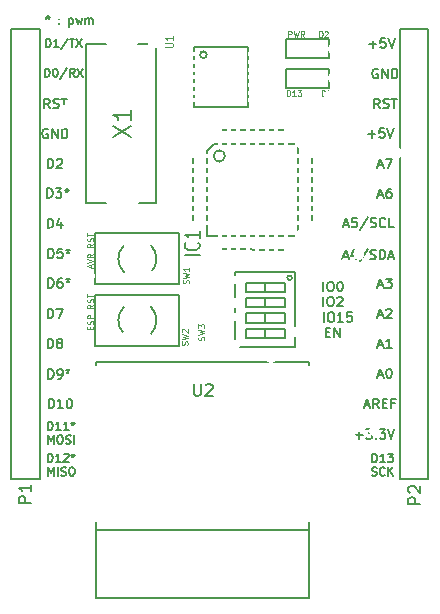
<source format=gto>
G04 (created by PCBNEW (2013-07-07 BZR 4022)-stable) date 2015/10/26 20:25:39*
%MOIN*%
G04 Gerber Fmt 3.4, Leading zero omitted, Abs format*
%FSLAX34Y34*%
G01*
G70*
G90*
G04 APERTURE LIST*
%ADD10C,0.00590551*%
%ADD11C,0.00688976*%
%ADD12C,0.00393701*%
%ADD13C,0.00787402*%
%ADD14C,0.006*%
%ADD15C,0.005*%
%ADD16C,0.008*%
%ADD17C,0.0045*%
%ADD18C,0.0047*%
%ADD19R,0.0787402X0.23622*%
%ADD20R,0.0787X0.0177*%
%ADD21R,0.0177X0.0787*%
%ADD22R,0.06X0.06*%
%ADD23C,0.06*%
%ADD24R,0.0708661X0.0299213*%
%ADD25R,0.0393701X0.045*%
%ADD26R,0.0787402X0.0354331*%
%ADD27R,0.0472441X0.0275591*%
%ADD28C,0.177165*%
%ADD29R,0.0629921X0.0165*%
%ADD30C,0.035*%
G04 APERTURE END LIST*
G54D10*
G54D11*
X29586Y-26922D02*
X29586Y-26646D01*
X29652Y-26646D01*
X29691Y-26660D01*
X29717Y-26686D01*
X29730Y-26712D01*
X29744Y-26765D01*
X29744Y-26804D01*
X29730Y-26856D01*
X29717Y-26883D01*
X29691Y-26909D01*
X29652Y-26922D01*
X29586Y-26922D01*
X30006Y-26922D02*
X29849Y-26922D01*
X29927Y-26922D02*
X29927Y-26646D01*
X29901Y-26686D01*
X29875Y-26712D01*
X29849Y-26725D01*
X30098Y-26646D02*
X30269Y-26646D01*
X30177Y-26751D01*
X30216Y-26751D01*
X30242Y-26765D01*
X30255Y-26778D01*
X30269Y-26804D01*
X30269Y-26870D01*
X30255Y-26896D01*
X30242Y-26909D01*
X30216Y-26922D01*
X30137Y-26922D01*
X30111Y-26909D01*
X30098Y-26896D01*
X29566Y-27364D02*
X29606Y-27377D01*
X29671Y-27377D01*
X29698Y-27364D01*
X29711Y-27351D01*
X29724Y-27324D01*
X29724Y-27298D01*
X29711Y-27272D01*
X29698Y-27259D01*
X29671Y-27246D01*
X29619Y-27232D01*
X29593Y-27219D01*
X29580Y-27206D01*
X29566Y-27180D01*
X29566Y-27154D01*
X29580Y-27127D01*
X29593Y-27114D01*
X29619Y-27101D01*
X29685Y-27101D01*
X29724Y-27114D01*
X30000Y-27351D02*
X29986Y-27364D01*
X29947Y-27377D01*
X29921Y-27377D01*
X29881Y-27364D01*
X29855Y-27337D01*
X29842Y-27311D01*
X29829Y-27259D01*
X29829Y-27219D01*
X29842Y-27167D01*
X29855Y-27141D01*
X29881Y-27114D01*
X29921Y-27101D01*
X29947Y-27101D01*
X29986Y-27114D01*
X30000Y-27127D01*
X30118Y-27377D02*
X30118Y-27101D01*
X30275Y-27377D02*
X30157Y-27219D01*
X30275Y-27101D02*
X30118Y-27259D01*
X18759Y-12040D02*
X18759Y-12106D01*
X18694Y-12080D02*
X18759Y-12106D01*
X18825Y-12080D01*
X18720Y-12158D02*
X18759Y-12106D01*
X18799Y-12158D01*
X19140Y-12290D02*
X19153Y-12303D01*
X19140Y-12316D01*
X19127Y-12303D01*
X19140Y-12290D01*
X19140Y-12316D01*
X19140Y-12145D02*
X19153Y-12158D01*
X19140Y-12171D01*
X19127Y-12158D01*
X19140Y-12145D01*
X19140Y-12171D01*
X19481Y-12132D02*
X19481Y-12408D01*
X19481Y-12145D02*
X19507Y-12132D01*
X19560Y-12132D01*
X19586Y-12145D01*
X19599Y-12158D01*
X19612Y-12185D01*
X19612Y-12263D01*
X19599Y-12290D01*
X19586Y-12303D01*
X19560Y-12316D01*
X19507Y-12316D01*
X19481Y-12303D01*
X19704Y-12132D02*
X19757Y-12316D01*
X19809Y-12185D01*
X19862Y-12316D01*
X19914Y-12132D01*
X20019Y-12316D02*
X20019Y-12132D01*
X20019Y-12158D02*
X20032Y-12145D01*
X20059Y-12132D01*
X20098Y-12132D01*
X20124Y-12145D01*
X20137Y-12171D01*
X20137Y-12316D01*
X20137Y-12171D02*
X20150Y-12145D01*
X20177Y-12132D01*
X20216Y-12132D01*
X20242Y-12145D01*
X20255Y-12171D01*
X20255Y-12316D01*
G54D12*
X20220Y-20453D02*
X20220Y-20359D01*
X20276Y-20472D02*
X20079Y-20406D01*
X20276Y-20341D01*
X20079Y-20303D02*
X20276Y-20238D01*
X20079Y-20172D01*
X20276Y-19994D02*
X20182Y-20059D01*
X20276Y-20106D02*
X20079Y-20106D01*
X20079Y-20031D01*
X20089Y-20013D01*
X20098Y-20003D01*
X20117Y-19994D01*
X20145Y-19994D01*
X20164Y-20003D01*
X20173Y-20013D01*
X20182Y-20031D01*
X20182Y-20106D01*
X20276Y-19647D02*
X20182Y-19713D01*
X20276Y-19760D02*
X20079Y-19760D01*
X20079Y-19685D01*
X20089Y-19666D01*
X20098Y-19656D01*
X20117Y-19647D01*
X20145Y-19647D01*
X20164Y-19656D01*
X20173Y-19666D01*
X20182Y-19685D01*
X20182Y-19760D01*
X20267Y-19572D02*
X20276Y-19544D01*
X20276Y-19497D01*
X20267Y-19478D01*
X20257Y-19469D01*
X20239Y-19460D01*
X20220Y-19460D01*
X20201Y-19469D01*
X20192Y-19478D01*
X20182Y-19497D01*
X20173Y-19535D01*
X20164Y-19553D01*
X20154Y-19563D01*
X20135Y-19572D01*
X20117Y-19572D01*
X20098Y-19563D01*
X20089Y-19553D01*
X20079Y-19535D01*
X20079Y-19488D01*
X20089Y-19460D01*
X20079Y-19403D02*
X20079Y-19291D01*
X20276Y-19347D02*
X20079Y-19347D01*
X20173Y-22505D02*
X20173Y-22440D01*
X20276Y-22411D02*
X20276Y-22505D01*
X20079Y-22505D01*
X20079Y-22411D01*
X20267Y-22336D02*
X20276Y-22308D01*
X20276Y-22261D01*
X20267Y-22243D01*
X20257Y-22233D01*
X20239Y-22224D01*
X20220Y-22224D01*
X20201Y-22233D01*
X20192Y-22243D01*
X20182Y-22261D01*
X20173Y-22299D01*
X20164Y-22318D01*
X20154Y-22327D01*
X20135Y-22336D01*
X20117Y-22336D01*
X20098Y-22327D01*
X20089Y-22318D01*
X20079Y-22299D01*
X20079Y-22252D01*
X20089Y-22224D01*
X20276Y-22140D02*
X20079Y-22140D01*
X20079Y-22065D01*
X20089Y-22046D01*
X20098Y-22036D01*
X20117Y-22027D01*
X20145Y-22027D01*
X20164Y-22036D01*
X20173Y-22046D01*
X20182Y-22065D01*
X20182Y-22140D01*
X20276Y-21680D02*
X20182Y-21746D01*
X20276Y-21793D02*
X20079Y-21793D01*
X20079Y-21718D01*
X20089Y-21699D01*
X20098Y-21690D01*
X20117Y-21680D01*
X20145Y-21680D01*
X20164Y-21690D01*
X20173Y-21699D01*
X20182Y-21718D01*
X20182Y-21793D01*
X20267Y-21605D02*
X20276Y-21577D01*
X20276Y-21530D01*
X20267Y-21511D01*
X20257Y-21502D01*
X20239Y-21493D01*
X20220Y-21493D01*
X20201Y-21502D01*
X20192Y-21511D01*
X20182Y-21530D01*
X20173Y-21568D01*
X20164Y-21586D01*
X20154Y-21596D01*
X20135Y-21605D01*
X20117Y-21605D01*
X20098Y-21596D01*
X20089Y-21586D01*
X20079Y-21568D01*
X20079Y-21521D01*
X20089Y-21493D01*
X20079Y-21437D02*
X20079Y-21324D01*
X20276Y-21380D02*
X20079Y-21380D01*
G54D13*
X28035Y-22600D02*
X28140Y-22600D01*
X28185Y-22765D02*
X28035Y-22765D01*
X28035Y-22450D01*
X28185Y-22450D01*
X28320Y-22765D02*
X28320Y-22450D01*
X28500Y-22765D01*
X28500Y-22450D01*
X27960Y-22253D02*
X27960Y-21938D01*
X28170Y-21938D02*
X28230Y-21938D01*
X28260Y-21953D01*
X28290Y-21983D01*
X28305Y-22043D01*
X28305Y-22148D01*
X28290Y-22208D01*
X28260Y-22238D01*
X28230Y-22253D01*
X28170Y-22253D01*
X28140Y-22238D01*
X28110Y-22208D01*
X28095Y-22148D01*
X28095Y-22043D01*
X28110Y-21983D01*
X28140Y-21953D01*
X28170Y-21938D01*
X28605Y-22253D02*
X28425Y-22253D01*
X28515Y-22253D02*
X28515Y-21938D01*
X28485Y-21983D01*
X28455Y-22013D01*
X28425Y-22028D01*
X28890Y-21938D02*
X28740Y-21938D01*
X28725Y-22088D01*
X28740Y-22073D01*
X28770Y-22058D01*
X28845Y-22058D01*
X28875Y-22073D01*
X28890Y-22088D01*
X28905Y-22118D01*
X28905Y-22193D01*
X28890Y-22223D01*
X28875Y-22238D01*
X28845Y-22253D01*
X28770Y-22253D01*
X28740Y-22238D01*
X28725Y-22223D01*
X27952Y-21741D02*
X27952Y-21426D01*
X28162Y-21426D02*
X28222Y-21426D01*
X28252Y-21441D01*
X28282Y-21471D01*
X28297Y-21531D01*
X28297Y-21636D01*
X28282Y-21696D01*
X28252Y-21726D01*
X28222Y-21741D01*
X28162Y-21741D01*
X28132Y-21726D01*
X28102Y-21696D01*
X28087Y-21636D01*
X28087Y-21531D01*
X28102Y-21471D01*
X28132Y-21441D01*
X28162Y-21426D01*
X28417Y-21456D02*
X28432Y-21441D01*
X28462Y-21426D01*
X28537Y-21426D01*
X28567Y-21441D01*
X28582Y-21456D01*
X28597Y-21486D01*
X28597Y-21516D01*
X28582Y-21561D01*
X28402Y-21741D01*
X28597Y-21741D01*
X27952Y-21229D02*
X27952Y-20914D01*
X28162Y-20914D02*
X28222Y-20914D01*
X28252Y-20929D01*
X28282Y-20959D01*
X28297Y-21019D01*
X28297Y-21124D01*
X28282Y-21184D01*
X28252Y-21214D01*
X28222Y-21229D01*
X28162Y-21229D01*
X28132Y-21214D01*
X28102Y-21184D01*
X28087Y-21124D01*
X28087Y-21019D01*
X28102Y-20959D01*
X28132Y-20929D01*
X28162Y-20914D01*
X28492Y-20914D02*
X28522Y-20914D01*
X28552Y-20929D01*
X28567Y-20944D01*
X28582Y-20974D01*
X28597Y-21034D01*
X28597Y-21109D01*
X28582Y-21169D01*
X28567Y-21199D01*
X28552Y-21214D01*
X28522Y-21229D01*
X28492Y-21229D01*
X28462Y-21214D01*
X28447Y-21199D01*
X28432Y-21169D01*
X28417Y-21109D01*
X28417Y-21034D01*
X28432Y-20974D01*
X28447Y-20944D01*
X28462Y-20929D01*
X28492Y-20914D01*
X29476Y-12999D02*
X29716Y-12999D01*
X29596Y-13119D02*
X29596Y-12879D01*
X30016Y-12804D02*
X29866Y-12804D01*
X29851Y-12954D01*
X29866Y-12939D01*
X29896Y-12924D01*
X29971Y-12924D01*
X30001Y-12939D01*
X30016Y-12954D01*
X30031Y-12984D01*
X30031Y-13059D01*
X30016Y-13089D01*
X30001Y-13104D01*
X29971Y-13119D01*
X29896Y-13119D01*
X29866Y-13104D01*
X29851Y-13089D01*
X30121Y-12804D02*
X30226Y-13119D01*
X30331Y-12804D01*
X29760Y-13827D02*
X29730Y-13812D01*
X29685Y-13812D01*
X29640Y-13827D01*
X29610Y-13857D01*
X29595Y-13887D01*
X29580Y-13947D01*
X29580Y-13992D01*
X29595Y-14052D01*
X29610Y-14082D01*
X29640Y-14112D01*
X29685Y-14127D01*
X29715Y-14127D01*
X29760Y-14112D01*
X29775Y-14097D01*
X29775Y-13992D01*
X29715Y-13992D01*
X29910Y-14127D02*
X29910Y-13812D01*
X30089Y-14127D01*
X30089Y-13812D01*
X30239Y-14127D02*
X30239Y-13812D01*
X30314Y-13812D01*
X30359Y-13827D01*
X30389Y-13857D01*
X30404Y-13887D01*
X30419Y-13947D01*
X30419Y-13992D01*
X30404Y-14052D01*
X30389Y-14082D01*
X30359Y-14112D01*
X30314Y-14127D01*
X30239Y-14127D01*
X29827Y-15127D02*
X29722Y-14977D01*
X29647Y-15127D02*
X29647Y-14812D01*
X29767Y-14812D01*
X29797Y-14827D01*
X29812Y-14842D01*
X29827Y-14872D01*
X29827Y-14917D01*
X29812Y-14947D01*
X29797Y-14962D01*
X29767Y-14977D01*
X29647Y-14977D01*
X29947Y-15112D02*
X29992Y-15127D01*
X30067Y-15127D01*
X30097Y-15112D01*
X30112Y-15097D01*
X30127Y-15067D01*
X30127Y-15037D01*
X30112Y-15007D01*
X30097Y-14992D01*
X30067Y-14977D01*
X30007Y-14962D01*
X29977Y-14947D01*
X29962Y-14932D01*
X29947Y-14902D01*
X29947Y-14872D01*
X29962Y-14842D01*
X29977Y-14827D01*
X30007Y-14812D01*
X30082Y-14812D01*
X30127Y-14827D01*
X30217Y-14812D02*
X30397Y-14812D01*
X30307Y-15127D02*
X30307Y-14812D01*
X29437Y-15991D02*
X29677Y-15991D01*
X29557Y-16111D02*
X29557Y-15871D01*
X29977Y-15796D02*
X29827Y-15796D01*
X29812Y-15946D01*
X29827Y-15931D01*
X29857Y-15916D01*
X29932Y-15916D01*
X29962Y-15931D01*
X29977Y-15946D01*
X29992Y-15976D01*
X29992Y-16051D01*
X29977Y-16081D01*
X29962Y-16096D01*
X29932Y-16111D01*
X29857Y-16111D01*
X29827Y-16096D01*
X29812Y-16081D01*
X30082Y-15796D02*
X30187Y-16111D01*
X30292Y-15796D01*
X29775Y-17037D02*
X29925Y-17037D01*
X29745Y-17127D02*
X29850Y-16812D01*
X29955Y-17127D01*
X30029Y-16812D02*
X30239Y-16812D01*
X30104Y-17127D01*
X29775Y-18037D02*
X29925Y-18037D01*
X29745Y-18127D02*
X29850Y-17812D01*
X29955Y-18127D01*
X30194Y-17812D02*
X30134Y-17812D01*
X30104Y-17827D01*
X30089Y-17842D01*
X30059Y-17887D01*
X30044Y-17947D01*
X30044Y-18067D01*
X30059Y-18097D01*
X30074Y-18112D01*
X30104Y-18127D01*
X30164Y-18127D01*
X30194Y-18112D01*
X30209Y-18097D01*
X30224Y-18067D01*
X30224Y-17992D01*
X30209Y-17962D01*
X30194Y-17947D01*
X30164Y-17932D01*
X30104Y-17932D01*
X30074Y-17947D01*
X30059Y-17962D01*
X30044Y-17992D01*
X28623Y-19013D02*
X28773Y-19013D01*
X28593Y-19103D02*
X28698Y-18788D01*
X28803Y-19103D01*
X29058Y-18788D02*
X28908Y-18788D01*
X28893Y-18938D01*
X28908Y-18923D01*
X28938Y-18908D01*
X29013Y-18908D01*
X29043Y-18923D01*
X29058Y-18938D01*
X29073Y-18968D01*
X29073Y-19043D01*
X29058Y-19073D01*
X29043Y-19088D01*
X29013Y-19103D01*
X28938Y-19103D01*
X28908Y-19088D01*
X28893Y-19073D01*
X29433Y-18773D02*
X29163Y-19178D01*
X29523Y-19088D02*
X29568Y-19103D01*
X29643Y-19103D01*
X29673Y-19088D01*
X29688Y-19073D01*
X29703Y-19043D01*
X29703Y-19013D01*
X29688Y-18983D01*
X29673Y-18968D01*
X29643Y-18953D01*
X29583Y-18938D01*
X29553Y-18923D01*
X29538Y-18908D01*
X29523Y-18878D01*
X29523Y-18848D01*
X29538Y-18818D01*
X29553Y-18803D01*
X29583Y-18788D01*
X29658Y-18788D01*
X29703Y-18803D01*
X30018Y-19073D02*
X30003Y-19088D01*
X29958Y-19103D01*
X29928Y-19103D01*
X29883Y-19088D01*
X29853Y-19058D01*
X29838Y-19028D01*
X29823Y-18968D01*
X29823Y-18923D01*
X29838Y-18863D01*
X29853Y-18833D01*
X29883Y-18803D01*
X29928Y-18788D01*
X29958Y-18788D01*
X30003Y-18803D01*
X30018Y-18818D01*
X30303Y-19103D02*
X30153Y-19103D01*
X30153Y-18788D01*
X28616Y-20076D02*
X28766Y-20076D01*
X28586Y-20166D02*
X28691Y-19851D01*
X28796Y-20166D01*
X29036Y-19956D02*
X29036Y-20166D01*
X28961Y-19836D02*
X28886Y-20061D01*
X29081Y-20061D01*
X29426Y-19836D02*
X29156Y-20241D01*
X29516Y-20151D02*
X29561Y-20166D01*
X29636Y-20166D01*
X29666Y-20151D01*
X29681Y-20136D01*
X29696Y-20106D01*
X29696Y-20076D01*
X29681Y-20046D01*
X29666Y-20031D01*
X29636Y-20016D01*
X29576Y-20001D01*
X29546Y-19986D01*
X29531Y-19971D01*
X29516Y-19941D01*
X29516Y-19911D01*
X29531Y-19881D01*
X29546Y-19866D01*
X29576Y-19851D01*
X29651Y-19851D01*
X29696Y-19866D01*
X29831Y-20166D02*
X29831Y-19851D01*
X29906Y-19851D01*
X29951Y-19866D01*
X29981Y-19896D01*
X29996Y-19926D01*
X30011Y-19986D01*
X30011Y-20031D01*
X29996Y-20091D01*
X29981Y-20121D01*
X29951Y-20151D01*
X29906Y-20166D01*
X29831Y-20166D01*
X30131Y-20076D02*
X30281Y-20076D01*
X30101Y-20166D02*
X30206Y-19851D01*
X30311Y-20166D01*
X29775Y-21037D02*
X29925Y-21037D01*
X29745Y-21127D02*
X29850Y-20812D01*
X29955Y-21127D01*
X30029Y-20812D02*
X30224Y-20812D01*
X30119Y-20932D01*
X30164Y-20932D01*
X30194Y-20947D01*
X30209Y-20962D01*
X30224Y-20992D01*
X30224Y-21067D01*
X30209Y-21097D01*
X30194Y-21112D01*
X30164Y-21127D01*
X30074Y-21127D01*
X30044Y-21112D01*
X30029Y-21097D01*
X29775Y-22037D02*
X29925Y-22037D01*
X29745Y-22127D02*
X29850Y-21812D01*
X29955Y-22127D01*
X30044Y-21842D02*
X30059Y-21827D01*
X30089Y-21812D01*
X30164Y-21812D01*
X30194Y-21827D01*
X30209Y-21842D01*
X30224Y-21872D01*
X30224Y-21902D01*
X30209Y-21947D01*
X30029Y-22127D01*
X30224Y-22127D01*
X29775Y-23037D02*
X29925Y-23037D01*
X29745Y-23127D02*
X29850Y-22812D01*
X29955Y-23127D01*
X30224Y-23127D02*
X30044Y-23127D01*
X30134Y-23127D02*
X30134Y-22812D01*
X30104Y-22857D01*
X30074Y-22887D01*
X30044Y-22902D01*
X29775Y-24037D02*
X29925Y-24037D01*
X29745Y-24127D02*
X29850Y-23812D01*
X29955Y-24127D01*
X30119Y-23812D02*
X30149Y-23812D01*
X30179Y-23827D01*
X30194Y-23842D01*
X30209Y-23872D01*
X30224Y-23932D01*
X30224Y-24007D01*
X30209Y-24067D01*
X30194Y-24097D01*
X30179Y-24112D01*
X30149Y-24127D01*
X30119Y-24127D01*
X30089Y-24112D01*
X30074Y-24097D01*
X30059Y-24067D01*
X30044Y-24007D01*
X30044Y-23932D01*
X30059Y-23872D01*
X30074Y-23842D01*
X30089Y-23827D01*
X30119Y-23812D01*
X29332Y-25037D02*
X29482Y-25037D01*
X29302Y-25127D02*
X29407Y-24812D01*
X29512Y-25127D01*
X29797Y-25127D02*
X29692Y-24977D01*
X29617Y-25127D02*
X29617Y-24812D01*
X29737Y-24812D01*
X29767Y-24827D01*
X29782Y-24842D01*
X29797Y-24872D01*
X29797Y-24917D01*
X29782Y-24947D01*
X29767Y-24962D01*
X29737Y-24977D01*
X29617Y-24977D01*
X29932Y-24962D02*
X30037Y-24962D01*
X30082Y-25127D02*
X29932Y-25127D01*
X29932Y-24812D01*
X30082Y-24812D01*
X30322Y-24962D02*
X30217Y-24962D01*
X30217Y-25127D02*
X30217Y-24812D01*
X30367Y-24812D01*
X29015Y-26031D02*
X29255Y-26031D01*
X29135Y-26151D02*
X29135Y-25911D01*
X29375Y-25836D02*
X29570Y-25836D01*
X29465Y-25956D01*
X29510Y-25956D01*
X29540Y-25971D01*
X29555Y-25986D01*
X29570Y-26016D01*
X29570Y-26091D01*
X29555Y-26121D01*
X29540Y-26136D01*
X29510Y-26151D01*
X29420Y-26151D01*
X29390Y-26136D01*
X29375Y-26121D01*
X29705Y-26121D02*
X29720Y-26136D01*
X29705Y-26151D01*
X29690Y-26136D01*
X29705Y-26121D01*
X29705Y-26151D01*
X29825Y-25836D02*
X30020Y-25836D01*
X29915Y-25956D01*
X29960Y-25956D01*
X29990Y-25971D01*
X30005Y-25986D01*
X30020Y-26016D01*
X30020Y-26091D01*
X30005Y-26121D01*
X29990Y-26136D01*
X29960Y-26151D01*
X29870Y-26151D01*
X29840Y-26136D01*
X29825Y-26121D01*
X30110Y-25836D02*
X30215Y-26151D01*
X30320Y-25836D01*
G54D11*
X18772Y-26922D02*
X18772Y-26646D01*
X18838Y-26646D01*
X18877Y-26660D01*
X18904Y-26686D01*
X18917Y-26712D01*
X18930Y-26765D01*
X18930Y-26804D01*
X18917Y-26856D01*
X18904Y-26883D01*
X18877Y-26909D01*
X18838Y-26922D01*
X18772Y-26922D01*
X19192Y-26922D02*
X19035Y-26922D01*
X19114Y-26922D02*
X19114Y-26646D01*
X19087Y-26686D01*
X19061Y-26712D01*
X19035Y-26725D01*
X19297Y-26673D02*
X19311Y-26660D01*
X19337Y-26646D01*
X19402Y-26646D01*
X19429Y-26660D01*
X19442Y-26673D01*
X19455Y-26699D01*
X19455Y-26725D01*
X19442Y-26765D01*
X19284Y-26922D01*
X19455Y-26922D01*
X19612Y-26646D02*
X19612Y-26712D01*
X19547Y-26686D02*
X19612Y-26712D01*
X19678Y-26686D01*
X19573Y-26765D02*
X19612Y-26712D01*
X19652Y-26765D01*
X18779Y-27377D02*
X18779Y-27101D01*
X18871Y-27298D01*
X18963Y-27101D01*
X18963Y-27377D01*
X19094Y-27377D02*
X19094Y-27101D01*
X19212Y-27364D02*
X19251Y-27377D01*
X19317Y-27377D01*
X19343Y-27364D01*
X19356Y-27351D01*
X19370Y-27324D01*
X19370Y-27298D01*
X19356Y-27272D01*
X19343Y-27259D01*
X19317Y-27246D01*
X19265Y-27232D01*
X19238Y-27219D01*
X19225Y-27206D01*
X19212Y-27180D01*
X19212Y-27154D01*
X19225Y-27127D01*
X19238Y-27114D01*
X19265Y-27101D01*
X19330Y-27101D01*
X19370Y-27114D01*
X19540Y-27101D02*
X19593Y-27101D01*
X19619Y-27114D01*
X19645Y-27141D01*
X19658Y-27193D01*
X19658Y-27285D01*
X19645Y-27337D01*
X19619Y-27364D01*
X19593Y-27377D01*
X19540Y-27377D01*
X19514Y-27364D01*
X19488Y-27337D01*
X19475Y-27285D01*
X19475Y-27193D01*
X19488Y-27141D01*
X19514Y-27114D01*
X19540Y-27101D01*
X18772Y-25859D02*
X18772Y-25583D01*
X18838Y-25583D01*
X18877Y-25597D01*
X18904Y-25623D01*
X18917Y-25649D01*
X18930Y-25702D01*
X18930Y-25741D01*
X18917Y-25793D01*
X18904Y-25820D01*
X18877Y-25846D01*
X18838Y-25859D01*
X18772Y-25859D01*
X19192Y-25859D02*
X19035Y-25859D01*
X19114Y-25859D02*
X19114Y-25583D01*
X19087Y-25623D01*
X19061Y-25649D01*
X19035Y-25662D01*
X19455Y-25859D02*
X19297Y-25859D01*
X19376Y-25859D02*
X19376Y-25583D01*
X19350Y-25623D01*
X19324Y-25649D01*
X19297Y-25662D01*
X19612Y-25583D02*
X19612Y-25649D01*
X19547Y-25623D02*
X19612Y-25649D01*
X19678Y-25623D01*
X19573Y-25702D02*
X19612Y-25649D01*
X19652Y-25702D01*
X18779Y-26314D02*
X18779Y-26038D01*
X18871Y-26235D01*
X18963Y-26038D01*
X18963Y-26314D01*
X19146Y-26038D02*
X19199Y-26038D01*
X19225Y-26051D01*
X19251Y-26078D01*
X19265Y-26130D01*
X19265Y-26222D01*
X19251Y-26274D01*
X19225Y-26301D01*
X19199Y-26314D01*
X19146Y-26314D01*
X19120Y-26301D01*
X19094Y-26274D01*
X19081Y-26222D01*
X19081Y-26130D01*
X19094Y-26078D01*
X19120Y-26051D01*
X19146Y-26038D01*
X19370Y-26301D02*
X19409Y-26314D01*
X19475Y-26314D01*
X19501Y-26301D01*
X19514Y-26288D01*
X19527Y-26261D01*
X19527Y-26235D01*
X19514Y-26209D01*
X19501Y-26196D01*
X19475Y-26183D01*
X19422Y-26169D01*
X19396Y-26156D01*
X19383Y-26143D01*
X19370Y-26117D01*
X19370Y-26091D01*
X19383Y-26064D01*
X19396Y-26051D01*
X19422Y-26038D01*
X19488Y-26038D01*
X19527Y-26051D01*
X19645Y-26314D02*
X19645Y-26038D01*
G54D13*
X18790Y-25127D02*
X18790Y-24812D01*
X18865Y-24812D01*
X18910Y-24827D01*
X18940Y-24857D01*
X18955Y-24887D01*
X18970Y-24947D01*
X18970Y-24992D01*
X18955Y-25052D01*
X18940Y-25082D01*
X18910Y-25112D01*
X18865Y-25127D01*
X18790Y-25127D01*
X19270Y-25127D02*
X19090Y-25127D01*
X19180Y-25127D02*
X19180Y-24812D01*
X19150Y-24857D01*
X19120Y-24887D01*
X19090Y-24902D01*
X19465Y-24812D02*
X19495Y-24812D01*
X19525Y-24827D01*
X19540Y-24842D01*
X19555Y-24872D01*
X19570Y-24932D01*
X19570Y-25007D01*
X19555Y-25067D01*
X19540Y-25097D01*
X19525Y-25112D01*
X19495Y-25127D01*
X19465Y-25127D01*
X19435Y-25112D01*
X19420Y-25097D01*
X19405Y-25067D01*
X19390Y-25007D01*
X19390Y-24932D01*
X19405Y-24872D01*
X19420Y-24842D01*
X19435Y-24827D01*
X19465Y-24812D01*
X18781Y-24143D02*
X18781Y-23828D01*
X18856Y-23828D01*
X18901Y-23843D01*
X18931Y-23873D01*
X18946Y-23903D01*
X18961Y-23963D01*
X18961Y-24008D01*
X18946Y-24068D01*
X18931Y-24098D01*
X18901Y-24128D01*
X18856Y-24143D01*
X18781Y-24143D01*
X19111Y-24143D02*
X19171Y-24143D01*
X19201Y-24128D01*
X19216Y-24113D01*
X19246Y-24068D01*
X19261Y-24008D01*
X19261Y-23888D01*
X19246Y-23858D01*
X19231Y-23843D01*
X19201Y-23828D01*
X19141Y-23828D01*
X19111Y-23843D01*
X19096Y-23858D01*
X19081Y-23888D01*
X19081Y-23963D01*
X19096Y-23993D01*
X19111Y-24008D01*
X19141Y-24023D01*
X19201Y-24023D01*
X19231Y-24008D01*
X19246Y-23993D01*
X19261Y-23963D01*
X19441Y-23828D02*
X19441Y-23903D01*
X19366Y-23873D02*
X19441Y-23903D01*
X19516Y-23873D01*
X19396Y-23963D02*
X19441Y-23903D01*
X19486Y-23963D01*
X18767Y-23127D02*
X18767Y-22812D01*
X18842Y-22812D01*
X18887Y-22827D01*
X18917Y-22857D01*
X18932Y-22887D01*
X18947Y-22947D01*
X18947Y-22992D01*
X18932Y-23052D01*
X18917Y-23082D01*
X18887Y-23112D01*
X18842Y-23127D01*
X18767Y-23127D01*
X19127Y-22947D02*
X19097Y-22932D01*
X19082Y-22917D01*
X19067Y-22887D01*
X19067Y-22872D01*
X19082Y-22842D01*
X19097Y-22827D01*
X19127Y-22812D01*
X19187Y-22812D01*
X19217Y-22827D01*
X19232Y-22842D01*
X19247Y-22872D01*
X19247Y-22887D01*
X19232Y-22917D01*
X19217Y-22932D01*
X19187Y-22947D01*
X19127Y-22947D01*
X19097Y-22962D01*
X19082Y-22977D01*
X19067Y-23007D01*
X19067Y-23067D01*
X19082Y-23097D01*
X19097Y-23112D01*
X19127Y-23127D01*
X19187Y-23127D01*
X19217Y-23112D01*
X19232Y-23097D01*
X19247Y-23067D01*
X19247Y-23007D01*
X19232Y-22977D01*
X19217Y-22962D01*
X19187Y-22947D01*
X18767Y-22127D02*
X18767Y-21812D01*
X18842Y-21812D01*
X18887Y-21827D01*
X18917Y-21857D01*
X18932Y-21887D01*
X18947Y-21947D01*
X18947Y-21992D01*
X18932Y-22052D01*
X18917Y-22082D01*
X18887Y-22112D01*
X18842Y-22127D01*
X18767Y-22127D01*
X19052Y-21812D02*
X19262Y-21812D01*
X19127Y-22127D01*
X18781Y-21111D02*
X18781Y-20796D01*
X18856Y-20796D01*
X18901Y-20811D01*
X18931Y-20841D01*
X18946Y-20871D01*
X18961Y-20931D01*
X18961Y-20976D01*
X18946Y-21036D01*
X18931Y-21066D01*
X18901Y-21096D01*
X18856Y-21111D01*
X18781Y-21111D01*
X19231Y-20796D02*
X19171Y-20796D01*
X19141Y-20811D01*
X19126Y-20826D01*
X19096Y-20871D01*
X19081Y-20931D01*
X19081Y-21051D01*
X19096Y-21081D01*
X19111Y-21096D01*
X19141Y-21111D01*
X19201Y-21111D01*
X19231Y-21096D01*
X19246Y-21081D01*
X19261Y-21051D01*
X19261Y-20976D01*
X19246Y-20946D01*
X19231Y-20931D01*
X19201Y-20916D01*
X19141Y-20916D01*
X19111Y-20931D01*
X19096Y-20946D01*
X19081Y-20976D01*
X19441Y-20796D02*
X19441Y-20871D01*
X19366Y-20841D02*
X19441Y-20871D01*
X19516Y-20841D01*
X19396Y-20931D02*
X19441Y-20871D01*
X19486Y-20931D01*
X18781Y-20127D02*
X18781Y-19812D01*
X18856Y-19812D01*
X18901Y-19827D01*
X18931Y-19857D01*
X18946Y-19887D01*
X18961Y-19947D01*
X18961Y-19992D01*
X18946Y-20052D01*
X18931Y-20082D01*
X18901Y-20112D01*
X18856Y-20127D01*
X18781Y-20127D01*
X19246Y-19812D02*
X19096Y-19812D01*
X19081Y-19962D01*
X19096Y-19947D01*
X19126Y-19932D01*
X19201Y-19932D01*
X19231Y-19947D01*
X19246Y-19962D01*
X19261Y-19992D01*
X19261Y-20067D01*
X19246Y-20097D01*
X19231Y-20112D01*
X19201Y-20127D01*
X19126Y-20127D01*
X19096Y-20112D01*
X19081Y-20097D01*
X19441Y-19812D02*
X19441Y-19887D01*
X19366Y-19857D02*
X19441Y-19887D01*
X19516Y-19857D01*
X19396Y-19947D02*
X19441Y-19887D01*
X19486Y-19947D01*
X18767Y-19127D02*
X18767Y-18812D01*
X18842Y-18812D01*
X18887Y-18827D01*
X18917Y-18857D01*
X18932Y-18887D01*
X18947Y-18947D01*
X18947Y-18992D01*
X18932Y-19052D01*
X18917Y-19082D01*
X18887Y-19112D01*
X18842Y-19127D01*
X18767Y-19127D01*
X19217Y-18917D02*
X19217Y-19127D01*
X19142Y-18797D02*
X19067Y-19022D01*
X19262Y-19022D01*
X18742Y-18119D02*
X18742Y-17804D01*
X18817Y-17804D01*
X18862Y-17819D01*
X18892Y-17849D01*
X18907Y-17879D01*
X18922Y-17939D01*
X18922Y-17984D01*
X18907Y-18044D01*
X18892Y-18074D01*
X18862Y-18104D01*
X18817Y-18119D01*
X18742Y-18119D01*
X19026Y-17804D02*
X19221Y-17804D01*
X19116Y-17924D01*
X19161Y-17924D01*
X19191Y-17939D01*
X19206Y-17954D01*
X19221Y-17984D01*
X19221Y-18059D01*
X19206Y-18089D01*
X19191Y-18104D01*
X19161Y-18119D01*
X19071Y-18119D01*
X19041Y-18104D01*
X19026Y-18089D01*
X19401Y-17804D02*
X19401Y-17879D01*
X19326Y-17849D02*
X19401Y-17879D01*
X19476Y-17849D01*
X19356Y-17939D02*
X19401Y-17879D01*
X19446Y-17939D01*
X18767Y-17127D02*
X18767Y-16812D01*
X18842Y-16812D01*
X18887Y-16827D01*
X18917Y-16857D01*
X18932Y-16887D01*
X18947Y-16947D01*
X18947Y-16992D01*
X18932Y-17052D01*
X18917Y-17082D01*
X18887Y-17112D01*
X18842Y-17127D01*
X18767Y-17127D01*
X19067Y-16842D02*
X19082Y-16827D01*
X19112Y-16812D01*
X19187Y-16812D01*
X19217Y-16827D01*
X19232Y-16842D01*
X19247Y-16872D01*
X19247Y-16902D01*
X19232Y-16947D01*
X19052Y-17127D01*
X19247Y-17127D01*
X18760Y-15827D02*
X18730Y-15812D01*
X18685Y-15812D01*
X18640Y-15827D01*
X18610Y-15857D01*
X18595Y-15887D01*
X18580Y-15947D01*
X18580Y-15992D01*
X18595Y-16052D01*
X18610Y-16082D01*
X18640Y-16112D01*
X18685Y-16127D01*
X18715Y-16127D01*
X18760Y-16112D01*
X18775Y-16097D01*
X18775Y-15992D01*
X18715Y-15992D01*
X18910Y-16127D02*
X18910Y-15812D01*
X19089Y-16127D01*
X19089Y-15812D01*
X19239Y-16127D02*
X19239Y-15812D01*
X19314Y-15812D01*
X19359Y-15827D01*
X19389Y-15857D01*
X19404Y-15887D01*
X19419Y-15947D01*
X19419Y-15992D01*
X19404Y-16052D01*
X19389Y-16082D01*
X19359Y-16112D01*
X19314Y-16127D01*
X19239Y-16127D01*
X18827Y-15127D02*
X18722Y-14977D01*
X18647Y-15127D02*
X18647Y-14812D01*
X18767Y-14812D01*
X18797Y-14827D01*
X18812Y-14842D01*
X18827Y-14872D01*
X18827Y-14917D01*
X18812Y-14947D01*
X18797Y-14962D01*
X18767Y-14977D01*
X18647Y-14977D01*
X18947Y-15112D02*
X18992Y-15127D01*
X19067Y-15127D01*
X19097Y-15112D01*
X19112Y-15097D01*
X19127Y-15067D01*
X19127Y-15037D01*
X19112Y-15007D01*
X19097Y-14992D01*
X19067Y-14977D01*
X19007Y-14962D01*
X18977Y-14947D01*
X18962Y-14932D01*
X18947Y-14902D01*
X18947Y-14872D01*
X18962Y-14842D01*
X18977Y-14827D01*
X19007Y-14812D01*
X19082Y-14812D01*
X19127Y-14827D01*
X19217Y-14812D02*
X19397Y-14812D01*
X19307Y-15127D02*
X19307Y-14812D01*
G54D11*
X18674Y-14087D02*
X18674Y-13812D01*
X18740Y-13812D01*
X18779Y-13825D01*
X18805Y-13851D01*
X18818Y-13877D01*
X18832Y-13930D01*
X18832Y-13969D01*
X18818Y-14022D01*
X18805Y-14048D01*
X18779Y-14074D01*
X18740Y-14087D01*
X18674Y-14087D01*
X19002Y-13812D02*
X19028Y-13812D01*
X19055Y-13825D01*
X19068Y-13838D01*
X19081Y-13864D01*
X19094Y-13917D01*
X19094Y-13982D01*
X19081Y-14035D01*
X19068Y-14061D01*
X19055Y-14074D01*
X19028Y-14087D01*
X19002Y-14087D01*
X18976Y-14074D01*
X18963Y-14061D01*
X18950Y-14035D01*
X18937Y-13982D01*
X18937Y-13917D01*
X18950Y-13864D01*
X18963Y-13838D01*
X18976Y-13825D01*
X19002Y-13812D01*
X19409Y-13799D02*
X19173Y-14153D01*
X19658Y-14087D02*
X19566Y-13956D01*
X19501Y-14087D02*
X19501Y-13812D01*
X19606Y-13812D01*
X19632Y-13825D01*
X19645Y-13838D01*
X19658Y-13864D01*
X19658Y-13904D01*
X19645Y-13930D01*
X19632Y-13943D01*
X19606Y-13956D01*
X19501Y-13956D01*
X19750Y-13812D02*
X19934Y-14087D01*
X19934Y-13812D02*
X19750Y-14087D01*
X18707Y-13103D02*
X18707Y-12828D01*
X18772Y-12828D01*
X18812Y-12841D01*
X18838Y-12867D01*
X18851Y-12893D01*
X18864Y-12946D01*
X18864Y-12985D01*
X18851Y-13038D01*
X18838Y-13064D01*
X18812Y-13090D01*
X18772Y-13103D01*
X18707Y-13103D01*
X19127Y-13103D02*
X18969Y-13103D01*
X19048Y-13103D02*
X19048Y-12828D01*
X19022Y-12867D01*
X18996Y-12893D01*
X18969Y-12906D01*
X19442Y-12814D02*
X19206Y-13169D01*
X19494Y-12828D02*
X19652Y-12828D01*
X19573Y-13103D02*
X19573Y-12828D01*
X19717Y-12828D02*
X19901Y-13103D01*
X19901Y-12828D02*
X19717Y-13103D01*
G54D12*
X26729Y-14725D02*
X26729Y-14528D01*
X26776Y-14528D01*
X26804Y-14537D01*
X26823Y-14556D01*
X26832Y-14575D01*
X26841Y-14612D01*
X26841Y-14640D01*
X26832Y-14678D01*
X26823Y-14697D01*
X26804Y-14715D01*
X26776Y-14725D01*
X26729Y-14725D01*
X27029Y-14725D02*
X26916Y-14725D01*
X26973Y-14725D02*
X26973Y-14528D01*
X26954Y-14556D01*
X26935Y-14575D01*
X26916Y-14584D01*
X27095Y-14528D02*
X27216Y-14528D01*
X27151Y-14603D01*
X27179Y-14603D01*
X27198Y-14612D01*
X27207Y-14622D01*
X27216Y-14640D01*
X27216Y-14687D01*
X27207Y-14706D01*
X27198Y-14715D01*
X27179Y-14725D01*
X27123Y-14725D01*
X27104Y-14715D01*
X27095Y-14706D01*
X26784Y-12756D02*
X26784Y-12559D01*
X26859Y-12559D01*
X26878Y-12569D01*
X26887Y-12578D01*
X26897Y-12597D01*
X26897Y-12625D01*
X26887Y-12644D01*
X26878Y-12653D01*
X26859Y-12663D01*
X26784Y-12663D01*
X26962Y-12559D02*
X27009Y-12756D01*
X27047Y-12616D01*
X27084Y-12756D01*
X27131Y-12559D01*
X27319Y-12756D02*
X27253Y-12663D01*
X27206Y-12756D02*
X27206Y-12559D01*
X27281Y-12559D01*
X27300Y-12569D01*
X27309Y-12578D01*
X27319Y-12597D01*
X27319Y-12625D01*
X27309Y-12644D01*
X27300Y-12653D01*
X27281Y-12663D01*
X27206Y-12663D01*
G54D10*
X21771Y-12992D02*
X22362Y-12992D01*
X22362Y-12992D02*
X22362Y-18307D01*
X22362Y-18307D02*
X21811Y-18307D01*
X20708Y-18307D02*
X20039Y-18307D01*
X20039Y-18307D02*
X20039Y-12992D01*
X20039Y-12992D02*
X20708Y-12992D01*
G54D14*
X27580Y-18940D02*
X27130Y-18940D01*
X27580Y-16760D02*
X27140Y-16760D01*
X27580Y-18940D02*
X27580Y-16760D01*
X26700Y-19410D02*
X26700Y-19840D01*
X24490Y-19420D02*
X24490Y-19840D01*
X24480Y-19840D02*
X26700Y-19850D01*
X24500Y-15870D02*
X26670Y-15860D01*
X24070Y-16560D02*
X24070Y-19390D01*
X26680Y-15870D02*
X26680Y-16280D01*
X24320Y-16320D02*
X27100Y-16320D01*
X27120Y-19400D02*
X27120Y-16360D01*
X24070Y-19400D02*
X27070Y-19400D01*
X23620Y-16730D02*
X23620Y-18950D01*
X23620Y-18950D02*
X24070Y-18950D01*
X24074Y-16550D02*
X24304Y-16320D01*
X23622Y-16730D02*
X24074Y-16730D01*
X24500Y-16320D02*
X24500Y-15868D01*
X24670Y-16724D02*
G75*
G03X24670Y-16724I-188J0D01*
G74*
G01*
G54D10*
X31450Y-27500D02*
X30500Y-27500D01*
X30500Y-27500D02*
X30500Y-12500D01*
X30500Y-12500D02*
X31450Y-12500D01*
X31450Y-12500D02*
X31450Y-27500D01*
X17550Y-12500D02*
X18500Y-12500D01*
X18500Y-12500D02*
X18500Y-27500D01*
X18500Y-27500D02*
X17550Y-27500D01*
X17550Y-27500D02*
X17550Y-12500D01*
X26905Y-20785D02*
G75*
G03X26905Y-20785I-78J0D01*
G74*
G01*
X26669Y-21966D02*
X26669Y-22281D01*
X25370Y-21966D02*
X26669Y-21966D01*
X25370Y-22281D02*
X25370Y-21966D01*
X26669Y-22281D02*
X25370Y-22281D01*
X26000Y-21966D02*
X26000Y-22281D01*
X26000Y-22477D02*
X26000Y-22792D01*
X26669Y-22792D02*
X25370Y-22792D01*
X25370Y-22792D02*
X25370Y-22477D01*
X25370Y-22477D02*
X26669Y-22477D01*
X26669Y-22477D02*
X26669Y-22792D01*
X26669Y-21454D02*
X26669Y-21769D01*
X25370Y-21454D02*
X26669Y-21454D01*
X25370Y-21769D02*
X25370Y-21454D01*
X26669Y-21769D02*
X25370Y-21769D01*
X26000Y-21454D02*
X26000Y-21769D01*
X26000Y-20942D02*
X26000Y-21257D01*
X26669Y-21257D02*
X25370Y-21257D01*
X25370Y-21257D02*
X25370Y-20942D01*
X25370Y-20942D02*
X26669Y-20942D01*
X26669Y-20942D02*
X26669Y-21257D01*
X27000Y-20600D02*
X27000Y-23100D01*
X27000Y-23100D02*
X25000Y-23100D01*
X25000Y-23100D02*
X25000Y-20600D01*
X25000Y-20600D02*
X27000Y-20600D01*
X28129Y-14448D02*
X26712Y-14448D01*
X26712Y-14448D02*
X26712Y-13818D01*
X26712Y-13818D02*
X28129Y-13818D01*
X28129Y-13818D02*
X28129Y-14448D01*
X28129Y-13464D02*
X26712Y-13464D01*
X26712Y-13464D02*
X26712Y-12834D01*
X26712Y-12834D02*
X28129Y-12834D01*
X28129Y-12834D02*
X28129Y-13464D01*
X20377Y-23600D02*
X20377Y-23679D01*
X27464Y-23600D02*
X27464Y-23679D01*
X27464Y-31474D02*
X27464Y-28915D01*
X20377Y-31474D02*
X20377Y-28915D01*
X27464Y-29190D02*
X20377Y-29190D01*
X27464Y-31474D02*
X20377Y-31474D01*
X20377Y-23600D02*
X27464Y-23600D01*
X22200Y-20600D02*
G75*
G03X22200Y-19700I-450J450D01*
G74*
G01*
X21300Y-19700D02*
G75*
G03X21300Y-20600I450J-450D01*
G74*
G01*
X20350Y-19300D02*
X23150Y-19300D01*
X23150Y-19300D02*
X23150Y-21000D01*
X23150Y-21000D02*
X20350Y-21000D01*
X20350Y-21000D02*
X20350Y-19300D01*
X21300Y-21750D02*
G75*
G03X21300Y-22650I450J-450D01*
G74*
G01*
X22200Y-22650D02*
G75*
G03X22200Y-21750I-450J450D01*
G74*
G01*
X23150Y-23050D02*
X20350Y-23050D01*
X20350Y-23050D02*
X20350Y-21350D01*
X20350Y-21350D02*
X23150Y-21350D01*
X23150Y-21350D02*
X23150Y-23050D01*
G54D15*
X24061Y-13350D02*
G75*
G03X24061Y-13350I-111J0D01*
G74*
G01*
X25450Y-15100D02*
X25450Y-13100D01*
X25450Y-13100D02*
X23650Y-13100D01*
X23650Y-13100D02*
X23650Y-15100D01*
X23650Y-15100D02*
X25450Y-15100D01*
G54D10*
X20947Y-16107D02*
X21538Y-15714D01*
X20947Y-15714D02*
X21538Y-16107D01*
X21538Y-15179D02*
X21538Y-15517D01*
X21538Y-15348D02*
X20947Y-15348D01*
X21032Y-15404D01*
X21088Y-15461D01*
X21116Y-15517D01*
G54D16*
X23824Y-20036D02*
X23324Y-20036D01*
X23776Y-19617D02*
X23800Y-19636D01*
X23824Y-19693D01*
X23824Y-19731D01*
X23800Y-19788D01*
X23752Y-19826D01*
X23705Y-19845D01*
X23610Y-19864D01*
X23538Y-19864D01*
X23443Y-19845D01*
X23395Y-19826D01*
X23348Y-19788D01*
X23324Y-19731D01*
X23324Y-19693D01*
X23348Y-19636D01*
X23372Y-19617D01*
X23824Y-19236D02*
X23824Y-19464D01*
X23824Y-19350D02*
X23324Y-19350D01*
X23395Y-19388D01*
X23443Y-19426D01*
X23467Y-19464D01*
X31185Y-28326D02*
X30785Y-28326D01*
X30785Y-28174D01*
X30804Y-28136D01*
X30823Y-28117D01*
X30861Y-28098D01*
X30918Y-28098D01*
X30956Y-28117D01*
X30976Y-28136D01*
X30995Y-28174D01*
X30995Y-28326D01*
X30823Y-27945D02*
X30804Y-27926D01*
X30785Y-27888D01*
X30785Y-27793D01*
X30804Y-27755D01*
X30823Y-27736D01*
X30861Y-27717D01*
X30899Y-27717D01*
X30956Y-27736D01*
X31185Y-27964D01*
X31185Y-27717D01*
X18193Y-28287D02*
X17793Y-28287D01*
X17793Y-28134D01*
X17812Y-28096D01*
X17831Y-28077D01*
X17869Y-28058D01*
X17926Y-28058D01*
X17964Y-28077D01*
X17983Y-28096D01*
X18002Y-28134D01*
X18002Y-28287D01*
X18193Y-27677D02*
X18193Y-27906D01*
X18193Y-27792D02*
X17793Y-27792D01*
X17850Y-27830D01*
X17888Y-27868D01*
X17907Y-27906D01*
G54D12*
X23967Y-22860D02*
X23977Y-22832D01*
X23977Y-22785D01*
X23967Y-22767D01*
X23958Y-22757D01*
X23939Y-22748D01*
X23921Y-22748D01*
X23902Y-22757D01*
X23892Y-22767D01*
X23883Y-22785D01*
X23874Y-22823D01*
X23864Y-22842D01*
X23855Y-22851D01*
X23836Y-22860D01*
X23817Y-22860D01*
X23799Y-22851D01*
X23789Y-22842D01*
X23780Y-22823D01*
X23780Y-22776D01*
X23789Y-22748D01*
X23780Y-22682D02*
X23977Y-22635D01*
X23836Y-22598D01*
X23977Y-22560D01*
X23780Y-22514D01*
X23780Y-22457D02*
X23780Y-22335D01*
X23855Y-22401D01*
X23855Y-22373D01*
X23864Y-22354D01*
X23874Y-22345D01*
X23892Y-22335D01*
X23939Y-22335D01*
X23958Y-22345D01*
X23967Y-22354D01*
X23977Y-22373D01*
X23977Y-22429D01*
X23967Y-22448D01*
X23958Y-22457D01*
G54D17*
X27898Y-14726D02*
X27898Y-14526D01*
X27941Y-14526D01*
X27967Y-14536D01*
X27984Y-14555D01*
X27992Y-14574D01*
X28001Y-14612D01*
X28001Y-14640D01*
X27992Y-14679D01*
X27984Y-14698D01*
X27967Y-14717D01*
X27941Y-14726D01*
X27898Y-14726D01*
X28172Y-14726D02*
X28070Y-14726D01*
X28121Y-14726D02*
X28121Y-14526D01*
X28104Y-14555D01*
X28087Y-14574D01*
X28070Y-14583D01*
X27819Y-12758D02*
X27819Y-12558D01*
X27862Y-12558D01*
X27888Y-12567D01*
X27905Y-12586D01*
X27914Y-12605D01*
X27922Y-12643D01*
X27922Y-12672D01*
X27914Y-12710D01*
X27905Y-12729D01*
X27888Y-12748D01*
X27862Y-12758D01*
X27819Y-12758D01*
X27991Y-12577D02*
X27999Y-12567D01*
X28017Y-12558D01*
X28059Y-12558D01*
X28077Y-12567D01*
X28085Y-12577D01*
X28094Y-12596D01*
X28094Y-12615D01*
X28085Y-12643D01*
X27982Y-12758D01*
X28094Y-12758D01*
G54D10*
X23637Y-24332D02*
X23637Y-24651D01*
X23655Y-24688D01*
X23674Y-24707D01*
X23712Y-24726D01*
X23787Y-24726D01*
X23824Y-24707D01*
X23843Y-24688D01*
X23862Y-24651D01*
X23862Y-24332D01*
X24030Y-24370D02*
X24049Y-24351D01*
X24086Y-24332D01*
X24180Y-24332D01*
X24218Y-24351D01*
X24236Y-24370D01*
X24255Y-24407D01*
X24255Y-24445D01*
X24236Y-24501D01*
X24011Y-24726D01*
X24255Y-24726D01*
G54D12*
X23456Y-20971D02*
X23465Y-20943D01*
X23465Y-20896D01*
X23456Y-20877D01*
X23446Y-20868D01*
X23428Y-20858D01*
X23409Y-20858D01*
X23390Y-20868D01*
X23381Y-20877D01*
X23371Y-20896D01*
X23362Y-20933D01*
X23353Y-20952D01*
X23343Y-20961D01*
X23324Y-20971D01*
X23306Y-20971D01*
X23287Y-20961D01*
X23278Y-20952D01*
X23268Y-20933D01*
X23268Y-20886D01*
X23278Y-20858D01*
X23268Y-20793D02*
X23465Y-20746D01*
X23324Y-20708D01*
X23465Y-20671D01*
X23268Y-20624D01*
X23465Y-20446D02*
X23465Y-20558D01*
X23465Y-20502D02*
X23268Y-20502D01*
X23296Y-20521D01*
X23315Y-20539D01*
X23324Y-20558D01*
X23416Y-23018D02*
X23426Y-22990D01*
X23426Y-22943D01*
X23416Y-22924D01*
X23407Y-22915D01*
X23388Y-22905D01*
X23369Y-22905D01*
X23351Y-22915D01*
X23341Y-22924D01*
X23332Y-22943D01*
X23323Y-22980D01*
X23313Y-22999D01*
X23304Y-23008D01*
X23285Y-23018D01*
X23266Y-23018D01*
X23248Y-23008D01*
X23238Y-22999D01*
X23229Y-22980D01*
X23229Y-22934D01*
X23238Y-22905D01*
X23229Y-22840D02*
X23426Y-22793D01*
X23285Y-22755D01*
X23426Y-22718D01*
X23229Y-22671D01*
X23248Y-22605D02*
X23238Y-22596D01*
X23229Y-22577D01*
X23229Y-22530D01*
X23238Y-22512D01*
X23248Y-22502D01*
X23266Y-22493D01*
X23285Y-22493D01*
X23313Y-22502D01*
X23426Y-22615D01*
X23426Y-22493D01*
G54D18*
X22670Y-13093D02*
X22893Y-13093D01*
X22920Y-13081D01*
X22933Y-13070D01*
X22946Y-13048D01*
X22946Y-13003D01*
X22933Y-12980D01*
X22920Y-12969D01*
X22893Y-12958D01*
X22670Y-12958D01*
X22946Y-12722D02*
X22946Y-12857D01*
X22946Y-12789D02*
X22670Y-12789D01*
X22709Y-12812D01*
X22736Y-12834D01*
X22749Y-12857D01*
%LPC*%
G54D19*
X21259Y-17677D03*
X21259Y-13740D03*
G54D20*
X23704Y-18943D03*
X23704Y-18628D03*
X23704Y-18313D03*
X23704Y-17998D03*
X23704Y-17683D03*
X23704Y-17368D03*
X23704Y-17053D03*
X23704Y-16738D03*
X27470Y-16740D03*
X27470Y-18950D03*
X27470Y-18630D03*
X27470Y-18310D03*
X27470Y-18000D03*
X27470Y-17680D03*
X27470Y-17370D03*
X27470Y-17050D03*
G54D21*
X24488Y-15950D03*
X24802Y-15950D03*
X25118Y-15950D03*
X25432Y-15950D03*
X25748Y-15950D03*
X26062Y-15950D03*
X26378Y-15950D03*
X26692Y-15950D03*
X24490Y-19730D03*
X24800Y-19730D03*
X25120Y-19730D03*
X25430Y-19730D03*
X25740Y-19730D03*
X26060Y-19730D03*
X26380Y-19730D03*
X26700Y-19730D03*
G54D22*
X31000Y-27000D03*
G54D23*
X31000Y-26000D03*
X31000Y-25000D03*
X31000Y-24000D03*
X31000Y-23000D03*
X31000Y-22000D03*
X31000Y-21000D03*
X31000Y-20000D03*
X31000Y-19000D03*
X31000Y-18000D03*
X31000Y-17000D03*
X31000Y-16000D03*
X31000Y-15000D03*
X31000Y-14000D03*
X31000Y-13000D03*
G54D22*
X18000Y-13000D03*
G54D23*
X18000Y-14000D03*
X18000Y-15000D03*
X18000Y-16000D03*
X18000Y-17000D03*
X18000Y-18000D03*
X18000Y-19000D03*
X18000Y-20000D03*
X18000Y-21000D03*
X18000Y-22000D03*
X18000Y-23000D03*
X18000Y-24000D03*
X18000Y-25000D03*
X18000Y-26000D03*
X18000Y-27000D03*
G54D24*
X24500Y-21100D03*
X24500Y-21600D03*
X24500Y-22100D03*
X24500Y-22600D03*
X27500Y-21100D03*
X27500Y-21600D03*
X27500Y-22100D03*
X27500Y-22600D03*
G54D25*
X27834Y-14133D03*
X27007Y-14133D03*
X27834Y-13149D03*
X27007Y-13149D03*
G54D26*
X20377Y-23954D03*
X20377Y-24545D03*
X20377Y-25135D03*
X20377Y-25726D03*
X20377Y-26316D03*
X20377Y-26907D03*
X20377Y-27498D03*
X20377Y-28088D03*
X20377Y-28679D03*
X27464Y-28679D03*
X27464Y-28088D03*
X27464Y-27498D03*
X27464Y-26907D03*
X27464Y-26316D03*
X27464Y-25726D03*
X27464Y-25135D03*
X27464Y-24545D03*
X27464Y-23954D03*
G54D27*
X20726Y-19598D03*
X22773Y-19598D03*
X20726Y-20701D03*
X22773Y-20701D03*
X22773Y-22751D03*
X20726Y-22751D03*
X22773Y-21648D03*
X20726Y-21648D03*
G54D28*
X30314Y-29921D03*
X18897Y-29921D03*
G54D29*
X23408Y-14100D03*
X23408Y-14356D03*
X23408Y-14612D03*
X23408Y-14868D03*
X25730Y-14868D03*
X23408Y-13332D03*
X23408Y-13588D03*
X23408Y-13844D03*
X25730Y-14612D03*
X25730Y-14356D03*
X25730Y-14100D03*
X25730Y-13844D03*
X25730Y-13588D03*
X25730Y-13332D03*
G54D30*
X29645Y-25905D03*
X21456Y-28267D03*
X25196Y-12834D03*
X26377Y-25433D03*
X26220Y-23464D03*
X26889Y-28700D03*
X29448Y-15078D03*
X23503Y-12952D03*
X24645Y-18149D03*
X26614Y-18425D03*
X24656Y-17294D03*
X26496Y-17952D03*
X27204Y-19881D03*
X27677Y-19842D03*
X28188Y-20039D03*
X28149Y-18307D03*
X28149Y-17362D03*
X27165Y-19370D03*
X19291Y-24724D03*
X22244Y-12519D03*
X22283Y-12992D03*
X19645Y-23976D03*
X19330Y-15196D03*
X22795Y-15196D03*
X22795Y-15708D03*
X19724Y-15669D03*
X25748Y-26535D03*
X28543Y-25748D03*
X28858Y-26102D03*
X26141Y-26850D03*
X25748Y-27204D03*
X29094Y-26614D03*
X28818Y-16496D03*
X28149Y-18976D03*
X28622Y-20314D03*
X30275Y-25314D03*
X22795Y-16181D03*
X19724Y-16181D03*
X22716Y-13464D03*
X22716Y-14724D03*
X22795Y-16653D03*
X19724Y-16653D03*
X22795Y-17125D03*
X19724Y-17244D03*
X28228Y-25393D03*
X25393Y-26220D03*
X27165Y-16299D03*
X30433Y-16614D03*
X23346Y-16259D03*
X22244Y-20708D03*
X19251Y-15669D03*
X20157Y-20708D03*
X29133Y-20039D03*
X29133Y-30708D03*
X27952Y-30708D03*
X26771Y-30708D03*
X25590Y-30708D03*
X24409Y-30708D03*
X23228Y-30708D03*
X22047Y-30708D03*
X20866Y-30708D03*
X20393Y-15433D03*
X20393Y-16968D03*
X20393Y-14409D03*
X28149Y-15433D03*
X28149Y-14724D03*
X25196Y-18937D03*
X25472Y-17125D03*
X26417Y-12795D03*
X18897Y-19291D03*
X28464Y-28031D03*
X23543Y-19606D03*
X23425Y-21535D03*
X27086Y-23937D03*
X23425Y-15118D03*
X26968Y-22598D03*
X21062Y-25708D03*
X21023Y-28700D03*
X26600Y-16796D03*
X21338Y-22755D03*
X21574Y-23976D03*
X20984Y-26929D03*
X28267Y-14133D03*
X28267Y-13149D03*
X24960Y-21614D03*
X24921Y-22086D03*
X25000Y-23031D03*
X21771Y-13740D03*
X21771Y-17992D03*
X25118Y-20866D03*
M02*

</source>
